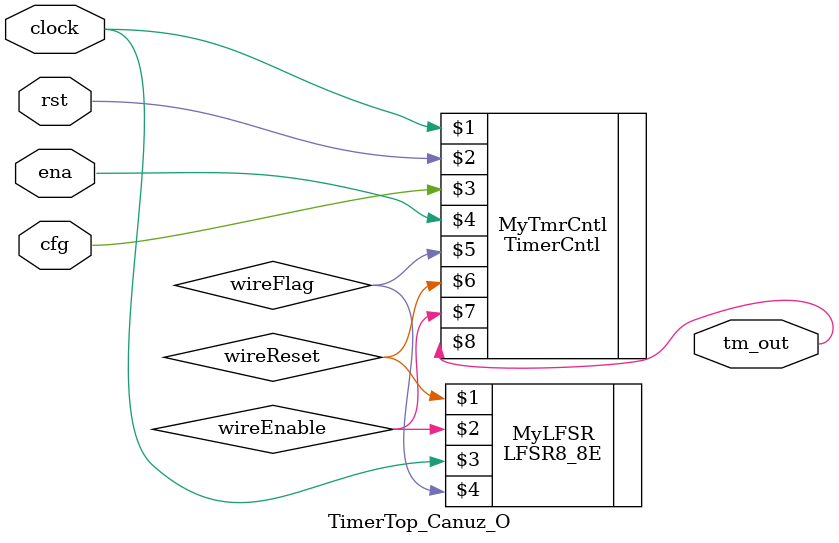
<source format=v>
module TimerTop_Canuz_O(clock, rst, cfg, ena, tm_out);

input clock, rst, cfg, ena;
output tm_out;

wire wireIntclockSig, wireFlag, wireReset, wireEnable;

LFSR8_8E MyLFSR(wireReset, wireEnable, clock, wireFlag);

TimerCntl MyTmrCntl(clock, rst, cfg, ena, wireFlag, wireReset, wireEnable, tm_out);

endmodule
</source>
